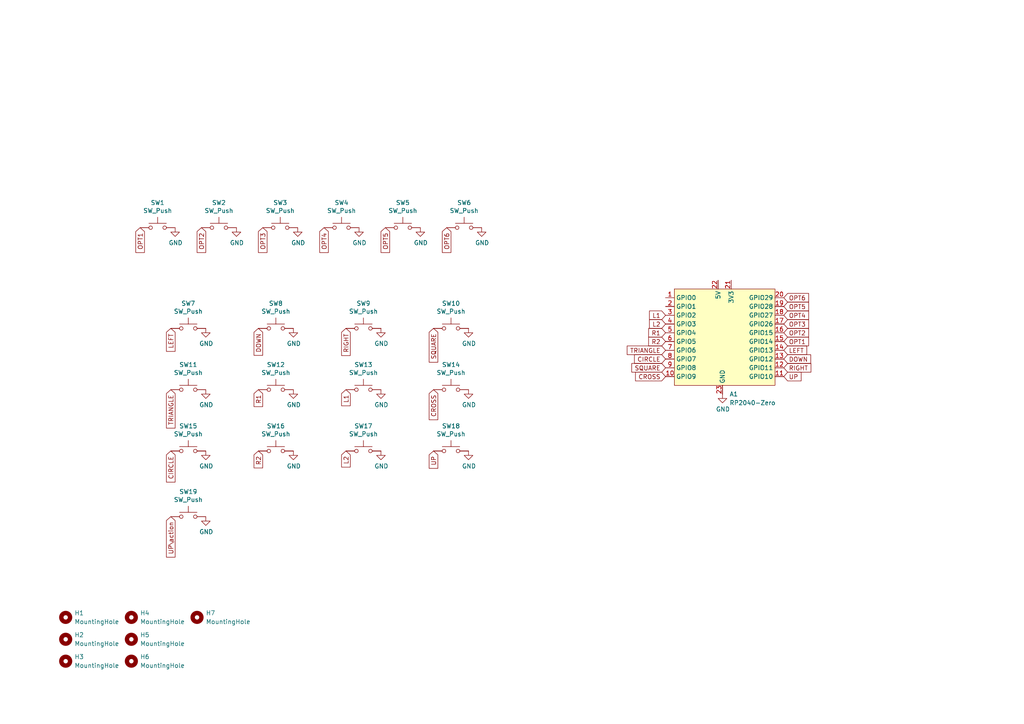
<source format=kicad_sch>
(kicad_sch (version 20230121) (generator eeschema)

  (uuid 476e1f68-8aac-4dba-a60f-5d5808a2f7b0)

  (paper "A4")

  (lib_symbols
    (symbol "Mechanical:MountingHole" (pin_names (offset 1.016)) (in_bom yes) (on_board yes)
      (property "Reference" "H" (at 0 5.08 0)
        (effects (font (size 1.27 1.27)))
      )
      (property "Value" "MountingHole" (at 0 3.175 0)
        (effects (font (size 1.27 1.27)))
      )
      (property "Footprint" "" (at 0 0 0)
        (effects (font (size 1.27 1.27)) hide)
      )
      (property "Datasheet" "~" (at 0 0 0)
        (effects (font (size 1.27 1.27)) hide)
      )
      (property "ki_keywords" "mounting hole" (at 0 0 0)
        (effects (font (size 1.27 1.27)) hide)
      )
      (property "ki_description" "Mounting Hole without connection" (at 0 0 0)
        (effects (font (size 1.27 1.27)) hide)
      )
      (property "ki_fp_filters" "MountingHole*" (at 0 0 0)
        (effects (font (size 1.27 1.27)) hide)
      )
      (symbol "MountingHole_0_1"
        (circle (center 0 0) (radius 1.27)
          (stroke (width 1.27) (type default))
          (fill (type none))
        )
      )
    )
    (symbol "RP2040-Zero:RP2040-Zero" (in_bom yes) (on_board yes)
      (property "Reference" "U" (at 0 1.27 0)
        (effects (font (size 1.27 1.27)))
      )
      (property "Value" "RP2040-Zero" (at 0 -1.27 0)
        (effects (font (size 1.27 1.27)))
      )
      (property "Footprint" "" (at 0 0 0)
        (effects (font (size 1.27 1.27)) hide)
      )
      (property "Datasheet" "" (at 0 0 0)
        (effects (font (size 1.27 1.27)) hide)
      )
      (symbol "RP2040-Zero_0_1"
        (rectangle (start -13.97 12.7) (end 15.24 -15.24)
          (stroke (width 0) (type default))
          (fill (type background))
        )
      )
      (symbol "RP2040-Zero_1_1"
        (pin bidirectional line (at -16.51 10.16 0) (length 2.54)
          (name "GPIO0" (effects (font (size 1.27 1.27))))
          (number "1" (effects (font (size 1.27 1.27))))
        )
        (pin bidirectional line (at -16.51 -12.7 0) (length 2.54)
          (name "GPIO9" (effects (font (size 1.27 1.27))))
          (number "10" (effects (font (size 1.27 1.27))))
        )
        (pin bidirectional line (at 17.78 -12.7 180) (length 2.54)
          (name "GPIO10" (effects (font (size 1.27 1.27))))
          (number "11" (effects (font (size 1.27 1.27))))
        )
        (pin bidirectional line (at 17.78 -10.16 180) (length 2.54)
          (name "GPIO11" (effects (font (size 1.27 1.27))))
          (number "12" (effects (font (size 1.27 1.27))))
        )
        (pin bidirectional line (at 17.78 -7.62 180) (length 2.54)
          (name "GPIO12" (effects (font (size 1.27 1.27))))
          (number "13" (effects (font (size 1.27 1.27))))
        )
        (pin bidirectional line (at 17.78 -5.08 180) (length 2.54)
          (name "GPIO13" (effects (font (size 1.27 1.27))))
          (number "14" (effects (font (size 1.27 1.27))))
        )
        (pin bidirectional line (at 17.78 -2.54 180) (length 2.54)
          (name "GPIO14" (effects (font (size 1.27 1.27))))
          (number "15" (effects (font (size 1.27 1.27))))
        )
        (pin bidirectional line (at 17.78 0 180) (length 2.54)
          (name "GPIO15" (effects (font (size 1.27 1.27))))
          (number "16" (effects (font (size 1.27 1.27))))
        )
        (pin bidirectional line (at 17.78 2.54 180) (length 2.54)
          (name "GPIO26" (effects (font (size 1.27 1.27))))
          (number "17" (effects (font (size 1.27 1.27))))
        )
        (pin bidirectional line (at 17.78 5.08 180) (length 2.54)
          (name "GPIO27" (effects (font (size 1.27 1.27))))
          (number "18" (effects (font (size 1.27 1.27))))
        )
        (pin bidirectional line (at 17.78 7.62 180) (length 2.54)
          (name "GPIO28" (effects (font (size 1.27 1.27))))
          (number "19" (effects (font (size 1.27 1.27))))
        )
        (pin bidirectional line (at -16.51 7.62 0) (length 2.54)
          (name "GPIO1" (effects (font (size 1.27 1.27))))
          (number "2" (effects (font (size 1.27 1.27))))
        )
        (pin bidirectional line (at 17.78 10.16 180) (length 2.54)
          (name "GPIO29" (effects (font (size 1.27 1.27))))
          (number "20" (effects (font (size 1.27 1.27))))
        )
        (pin power_out line (at 2.54 15.24 270) (length 2.54)
          (name "3V3" (effects (font (size 1.27 1.27))))
          (number "21" (effects (font (size 1.27 1.27))))
        )
        (pin power_in line (at -1.27 15.24 270) (length 2.54)
          (name "5V" (effects (font (size 1.27 1.27))))
          (number "22" (effects (font (size 1.27 1.27))))
        )
        (pin power_in line (at 0 -17.78 90) (length 2.54)
          (name "GND" (effects (font (size 1.27 1.27))))
          (number "23" (effects (font (size 1.27 1.27))))
        )
        (pin bidirectional line (at -16.51 5.08 0) (length 2.54)
          (name "GPIO2" (effects (font (size 1.27 1.27))))
          (number "3" (effects (font (size 1.27 1.27))))
        )
        (pin bidirectional line (at -16.51 2.54 0) (length 2.54)
          (name "GPIO3" (effects (font (size 1.27 1.27))))
          (number "4" (effects (font (size 1.27 1.27))))
        )
        (pin bidirectional line (at -16.51 0 0) (length 2.54)
          (name "GPIO4" (effects (font (size 1.27 1.27))))
          (number "5" (effects (font (size 1.27 1.27))))
        )
        (pin bidirectional line (at -16.51 -2.54 0) (length 2.54)
          (name "GPIO5" (effects (font (size 1.27 1.27))))
          (number "6" (effects (font (size 1.27 1.27))))
        )
        (pin bidirectional line (at -16.51 -5.08 0) (length 2.54)
          (name "GPIO6" (effects (font (size 1.27 1.27))))
          (number "7" (effects (font (size 1.27 1.27))))
        )
        (pin bidirectional line (at -16.51 -7.62 0) (length 2.54)
          (name "GPIO7" (effects (font (size 1.27 1.27))))
          (number "8" (effects (font (size 1.27 1.27))))
        )
        (pin bidirectional line (at -16.51 -10.16 0) (length 2.54)
          (name "GPIO8" (effects (font (size 1.27 1.27))))
          (number "9" (effects (font (size 1.27 1.27))))
        )
      )
    )
    (symbol "Switch:SW_Push" (pin_numbers hide) (pin_names (offset 1.016) hide) (in_bom yes) (on_board yes)
      (property "Reference" "SW" (at 1.27 2.54 0)
        (effects (font (size 1.27 1.27)) (justify left))
      )
      (property "Value" "SW_Push" (at 0 -1.524 0)
        (effects (font (size 1.27 1.27)))
      )
      (property "Footprint" "" (at 0 5.08 0)
        (effects (font (size 1.27 1.27)) hide)
      )
      (property "Datasheet" "~" (at 0 5.08 0)
        (effects (font (size 1.27 1.27)) hide)
      )
      (property "ki_keywords" "switch normally-open pushbutton push-button" (at 0 0 0)
        (effects (font (size 1.27 1.27)) hide)
      )
      (property "ki_description" "Push button switch, generic, two pins" (at 0 0 0)
        (effects (font (size 1.27 1.27)) hide)
      )
      (symbol "SW_Push_0_1"
        (circle (center -2.032 0) (radius 0.508)
          (stroke (width 0) (type default))
          (fill (type none))
        )
        (polyline
          (pts
            (xy 0 1.27)
            (xy 0 3.048)
          )
          (stroke (width 0) (type default))
          (fill (type none))
        )
        (polyline
          (pts
            (xy 2.54 1.27)
            (xy -2.54 1.27)
          )
          (stroke (width 0) (type default))
          (fill (type none))
        )
        (circle (center 2.032 0) (radius 0.508)
          (stroke (width 0) (type default))
          (fill (type none))
        )
        (pin passive line (at -5.08 0 0) (length 2.54)
          (name "1" (effects (font (size 1.27 1.27))))
          (number "1" (effects (font (size 1.27 1.27))))
        )
        (pin passive line (at 5.08 0 180) (length 2.54)
          (name "2" (effects (font (size 1.27 1.27))))
          (number "2" (effects (font (size 1.27 1.27))))
        )
      )
    )
    (symbol "power:GND" (power) (pin_names (offset 0)) (in_bom yes) (on_board yes)
      (property "Reference" "#PWR" (at 0 -6.35 0)
        (effects (font (size 1.27 1.27)) hide)
      )
      (property "Value" "GND" (at 0 -3.81 0)
        (effects (font (size 1.27 1.27)))
      )
      (property "Footprint" "" (at 0 0 0)
        (effects (font (size 1.27 1.27)) hide)
      )
      (property "Datasheet" "" (at 0 0 0)
        (effects (font (size 1.27 1.27)) hide)
      )
      (property "ki_keywords" "power-flag" (at 0 0 0)
        (effects (font (size 1.27 1.27)) hide)
      )
      (property "ki_description" "Power symbol creates a global label with name \"GND\" , ground" (at 0 0 0)
        (effects (font (size 1.27 1.27)) hide)
      )
      (symbol "GND_0_1"
        (polyline
          (pts
            (xy 0 0)
            (xy 0 -1.27)
            (xy 1.27 -1.27)
            (xy 0 -2.54)
            (xy -1.27 -1.27)
            (xy 0 -1.27)
          )
          (stroke (width 0) (type default))
          (fill (type none))
        )
      )
      (symbol "GND_1_1"
        (pin power_in line (at 0 0 270) (length 0) hide
          (name "GND" (effects (font (size 1.27 1.27))))
          (number "1" (effects (font (size 1.27 1.27))))
        )
      )
    )
  )


  (global_label "TRIANGLE" (shape input) (at 49.53 113.03 270) (fields_autoplaced)
    (effects (font (size 1.27 1.27)) (justify right))
    (uuid 0d831a32-5ec5-4949-94fe-47b5d75da1de)
    (property "Intersheetrefs" "${INTERSHEET_REFS}" (at 49.53 123.9902 90)
      (effects (font (size 1.27 1.27)) (justify right) hide)
    )
  )
  (global_label "CROSS" (shape input) (at 125.73 113.03 270) (fields_autoplaced)
    (effects (font (size 1.27 1.27)) (justify right))
    (uuid 10252a8f-bfaa-4da3-aa4d-1feeaab996f9)
    (property "Intersheetrefs" "${INTERSHEET_REFS}" (at 125.73 121.5711 90)
      (effects (font (size 1.27 1.27)) (justify right) hide)
    )
  )
  (global_label "R2" (shape input) (at 74.93 130.81 270) (fields_autoplaced)
    (effects (font (size 1.27 1.27)) (justify right))
    (uuid 12acb88b-ebc2-4565-bd07-a2644a31e9fe)
    (property "Intersheetrefs" "${INTERSHEET_REFS}" (at 74.93 135.5411 90)
      (effects (font (size 1.27 1.27)) (justify right) hide)
    )
  )
  (global_label "TRIANGLE" (shape input) (at 193.04 101.6 180) (fields_autoplaced)
    (effects (font (size 1.27 1.27)) (justify right))
    (uuid 1a8a107a-f886-4729-b3e4-cba45478b0bb)
    (property "Intersheetrefs" "${INTERSHEET_REFS}" (at 415.29 0 0)
      (effects (font (size 1.27 1.27)) (justify left) hide)
    )
  )
  (global_label "OPT1" (shape input) (at 227.33 99.06 0) (fields_autoplaced)
    (effects (font (size 1.27 1.27)) (justify left))
    (uuid 25d61916-3b9c-4f0f-86b1-0dccac54bb71)
    (property "Intersheetrefs" "${INTERSHEET_REFS}" (at 414.02 0 0)
      (effects (font (size 1.27 1.27)) (justify left) hide)
    )
  )
  (global_label "L2" (shape input) (at 100.33 130.81 270) (fields_autoplaced)
    (effects (font (size 1.27 1.27)) (justify right))
    (uuid 28d08ebc-ba49-429b-a566-485e6b3130a0)
    (property "Intersheetrefs" "${INTERSHEET_REFS}" (at 100.33 135.2992 90)
      (effects (font (size 1.27 1.27)) (justify right) hide)
    )
  )
  (global_label "R1" (shape input) (at 74.93 113.03 270) (fields_autoplaced)
    (effects (font (size 1.27 1.27)) (justify right))
    (uuid 314b6a4b-60ea-47b6-bdbd-45a83b013ec9)
    (property "Intersheetrefs" "${INTERSHEET_REFS}" (at 74.93 117.7611 90)
      (effects (font (size 1.27 1.27)) (justify right) hide)
    )
  )
  (global_label "RIGHT" (shape input) (at 100.33 95.25 270) (fields_autoplaced)
    (effects (font (size 1.27 1.27)) (justify right))
    (uuid 3778128b-56fd-4643-ad82-67a2fae982b6)
    (property "Intersheetrefs" "${INTERSHEET_REFS}" (at 100.33 102.9445 90)
      (effects (font (size 1.27 1.27)) (justify right) hide)
    )
  )
  (global_label "SQUARE" (shape input) (at 125.73 95.25 270) (fields_autoplaced)
    (effects (font (size 1.27 1.27)) (justify right))
    (uuid 477f915e-9492-441b-9064-e7542cb315f7)
    (property "Intersheetrefs" "${INTERSHEET_REFS}" (at 125.73 104.8797 90)
      (effects (font (size 1.27 1.27)) (justify right) hide)
    )
  )
  (global_label "OPT6" (shape input) (at 129.54 66.04 270) (fields_autoplaced)
    (effects (font (size 1.27 1.27)) (justify right))
    (uuid 4c3f5f56-eaa8-4313-addd-b9ddacba5352)
    (property "Intersheetrefs" "${INTERSHEET_REFS}" (at 129.54 73.0692 90)
      (effects (font (size 1.27 1.27)) (justify right) hide)
    )
  )
  (global_label "SQUARE" (shape input) (at 193.04 106.68 180) (fields_autoplaced)
    (effects (font (size 1.27 1.27)) (justify right))
    (uuid 5019c346-f755-4b2c-a1ae-ca8545543fda)
    (property "Intersheetrefs" "${INTERSHEET_REFS}" (at 415.29 0 0)
      (effects (font (size 1.27 1.27)) (justify left) hide)
    )
  )
  (global_label "OPT2" (shape input) (at 58.42 66.04 270) (fields_autoplaced)
    (effects (font (size 1.27 1.27)) (justify right))
    (uuid 507b5250-9f69-494a-afe7-e462611e782e)
    (property "Intersheetrefs" "${INTERSHEET_REFS}" (at 58.42 73.0692 90)
      (effects (font (size 1.27 1.27)) (justify right) hide)
    )
  )
  (global_label "UP" (shape input) (at 125.73 130.81 270) (fields_autoplaced)
    (effects (font (size 1.27 1.27)) (justify right))
    (uuid 512cff2a-ffe8-4ede-9f6d-ad36e1e996dd)
    (property "Intersheetrefs" "${INTERSHEET_REFS}" (at 125.73 135.6621 90)
      (effects (font (size 1.27 1.27)) (justify right) hide)
    )
  )
  (global_label "RIGHT" (shape input) (at 227.33 106.68 0) (fields_autoplaced)
    (effects (font (size 1.27 1.27)) (justify left))
    (uuid 5c57978b-4bbc-48e4-bbbb-e9783aa6c4f8)
    (property "Intersheetrefs" "${INTERSHEET_REFS}" (at 414.02 0 0)
      (effects (font (size 1.27 1.27)) (justify left) hide)
    )
  )
  (global_label "UP\\action" (shape input) (at 49.53 149.86 270) (fields_autoplaced)
    (effects (font (size 1.27 1.27)) (justify right))
    (uuid 5de26b42-1842-4cc5-9c92-081f9f333b5c)
    (property "Intersheetrefs" "${INTERSHEET_REFS}" (at 49.53 161.4249 90)
      (effects (font (size 1.27 1.27)) (justify right) hide)
    )
  )
  (global_label "R1" (shape input) (at 193.04 96.52 180) (fields_autoplaced)
    (effects (font (size 1.27 1.27)) (justify right))
    (uuid 6dab55db-5530-41e3-b4a4-5cd00880cad4)
    (property "Intersheetrefs" "${INTERSHEET_REFS}" (at 415.29 0 0)
      (effects (font (size 1.27 1.27)) (justify left) hide)
    )
  )
  (global_label "OPT3" (shape input) (at 227.33 93.98 0) (fields_autoplaced)
    (effects (font (size 1.27 1.27)) (justify left))
    (uuid 700b72e0-b4c9-48c2-8a90-23c2b04ea971)
    (property "Intersheetrefs" "${INTERSHEET_REFS}" (at 414.02 0 0)
      (effects (font (size 1.27 1.27)) (justify left) hide)
    )
  )
  (global_label "CIRCLE" (shape input) (at 193.04 104.14 180) (fields_autoplaced)
    (effects (font (size 1.27 1.27)) (justify right))
    (uuid 73c80264-5323-450e-8d2d-44b3dd0c2d7c)
    (property "Intersheetrefs" "${INTERSHEET_REFS}" (at 415.29 0 0)
      (effects (font (size 1.27 1.27)) (justify left) hide)
    )
  )
  (global_label "L2" (shape input) (at 193.04 93.98 180) (fields_autoplaced)
    (effects (font (size 1.27 1.27)) (justify right))
    (uuid 783ef38f-5ac7-4583-a768-afbddb9146c4)
    (property "Intersheetrefs" "${INTERSHEET_REFS}" (at 415.29 0 0)
      (effects (font (size 1.27 1.27)) (justify left) hide)
    )
  )
  (global_label "CROSS" (shape input) (at 193.04 109.22 180) (fields_autoplaced)
    (effects (font (size 1.27 1.27)) (justify right))
    (uuid 855f5488-de6b-4df3-b56c-061b38baf033)
    (property "Intersheetrefs" "${INTERSHEET_REFS}" (at 415.29 0 0)
      (effects (font (size 1.27 1.27)) (justify left) hide)
    )
  )
  (global_label "OPT4" (shape input) (at 227.33 91.44 0) (fields_autoplaced)
    (effects (font (size 1.27 1.27)) (justify left))
    (uuid 87a4ad47-7958-408f-a8c2-c92c70764b3d)
    (property "Intersheetrefs" "${INTERSHEET_REFS}" (at 414.02 0 0)
      (effects (font (size 1.27 1.27)) (justify left) hide)
    )
  )
  (global_label "DOWN" (shape input) (at 74.93 95.25 270) (fields_autoplaced)
    (effects (font (size 1.27 1.27)) (justify right))
    (uuid 8ae5c784-dcc9-4088-900d-a278cfe7fdaf)
    (property "Intersheetrefs" "${INTERSHEET_REFS}" (at 74.93 102.884 90)
      (effects (font (size 1.27 1.27)) (justify right) hide)
    )
  )
  (global_label "LEFT" (shape input) (at 227.33 101.6 0) (fields_autoplaced)
    (effects (font (size 1.27 1.27)) (justify left))
    (uuid 979258e6-ce29-4f74-9283-d59c61ddc4d8)
    (property "Intersheetrefs" "${INTERSHEET_REFS}" (at 414.02 0 0)
      (effects (font (size 1.27 1.27)) (justify left) hide)
    )
  )
  (global_label "OPT6" (shape input) (at 227.33 86.36 0) (fields_autoplaced)
    (effects (font (size 1.27 1.27)) (justify left))
    (uuid 9ce0361b-4dcd-4b21-9df7-4a6be23bc127)
    (property "Intersheetrefs" "${INTERSHEET_REFS}" (at 414.02 5.08 0)
      (effects (font (size 1.27 1.27)) (justify left) hide)
    )
  )
  (global_label "DOWN" (shape input) (at 227.33 104.14 0) (fields_autoplaced)
    (effects (font (size 1.27 1.27)) (justify left))
    (uuid 9e16e9c5-77cf-4a20-80a6-46e015e87c0e)
    (property "Intersheetrefs" "${INTERSHEET_REFS}" (at 414.02 0 0)
      (effects (font (size 1.27 1.27)) (justify left) hide)
    )
  )
  (global_label "R2" (shape input) (at 193.04 99.06 180) (fields_autoplaced)
    (effects (font (size 1.27 1.27)) (justify right))
    (uuid b00f6d66-6720-47d3-9f04-e4d64c651c17)
    (property "Intersheetrefs" "${INTERSHEET_REFS}" (at 415.29 0 0)
      (effects (font (size 1.27 1.27)) (justify left) hide)
    )
  )
  (global_label "LEFT" (shape input) (at 49.53 95.25 270) (fields_autoplaced)
    (effects (font (size 1.27 1.27)) (justify right))
    (uuid bb256cb2-02b6-4f7e-8126-c705ecdccfa6)
    (property "Intersheetrefs" "${INTERSHEET_REFS}" (at 49.53 101.7349 90)
      (effects (font (size 1.27 1.27)) (justify right) hide)
    )
  )
  (global_label "UP" (shape input) (at 227.33 109.22 0) (fields_autoplaced)
    (effects (font (size 1.27 1.27)) (justify left))
    (uuid bb3646e8-c985-4e3b-8c12-5649bf2397e2)
    (property "Intersheetrefs" "${INTERSHEET_REFS}" (at 414.02 0 0)
      (effects (font (size 1.27 1.27)) (justify left) hide)
    )
  )
  (global_label "OPT4" (shape input) (at 93.98 66.04 270) (fields_autoplaced)
    (effects (font (size 1.27 1.27)) (justify right))
    (uuid c5062d7f-a7d0-439a-a1f0-da4af773bd3f)
    (property "Intersheetrefs" "${INTERSHEET_REFS}" (at 93.98 73.0692 90)
      (effects (font (size 1.27 1.27)) (justify right) hide)
    )
  )
  (global_label "OPT5" (shape input) (at 111.76 66.04 270) (fields_autoplaced)
    (effects (font (size 1.27 1.27)) (justify right))
    (uuid c8b27783-c7c1-4b16-9daf-cbf3e0770d1a)
    (property "Intersheetrefs" "${INTERSHEET_REFS}" (at 111.76 73.0692 90)
      (effects (font (size 1.27 1.27)) (justify right) hide)
    )
  )
  (global_label "L1" (shape input) (at 100.33 113.03 270) (fields_autoplaced)
    (effects (font (size 1.27 1.27)) (justify right))
    (uuid c927071c-0607-41ea-8690-dc1f695c0369)
    (property "Intersheetrefs" "${INTERSHEET_REFS}" (at 100.33 117.5192 90)
      (effects (font (size 1.27 1.27)) (justify right) hide)
    )
  )
  (global_label "CIRCLE" (shape input) (at 49.53 130.81 270) (fields_autoplaced)
    (effects (font (size 1.27 1.27)) (justify right))
    (uuid d535fc1f-61a5-4881-8ca0-70d33a32d64c)
    (property "Intersheetrefs" "${INTERSHEET_REFS}" (at 49.53 139.6535 90)
      (effects (font (size 1.27 1.27)) (justify right) hide)
    )
  )
  (global_label "OPT1" (shape input) (at 40.64 66.04 270) (fields_autoplaced)
    (effects (font (size 1.27 1.27)) (justify right))
    (uuid d816ba25-af0d-450b-97b7-2bc926afa360)
    (property "Intersheetrefs" "${INTERSHEET_REFS}" (at 40.64 73.0692 90)
      (effects (font (size 1.27 1.27)) (justify right) hide)
    )
  )
  (global_label "OPT2" (shape input) (at 227.33 96.52 0) (fields_autoplaced)
    (effects (font (size 1.27 1.27)) (justify left))
    (uuid df40f569-4ebc-43f9-98b0-f31d04ff3cf4)
    (property "Intersheetrefs" "${INTERSHEET_REFS}" (at 414.02 0 0)
      (effects (font (size 1.27 1.27)) (justify left) hide)
    )
  )
  (global_label "OPT3" (shape input) (at 76.2 66.04 270) (fields_autoplaced)
    (effects (font (size 1.27 1.27)) (justify right))
    (uuid f16e6b68-1593-4cb8-bd7e-fc887b2f882f)
    (property "Intersheetrefs" "${INTERSHEET_REFS}" (at 76.2 73.0692 90)
      (effects (font (size 1.27 1.27)) (justify right) hide)
    )
  )
  (global_label "OPT5" (shape input) (at 227.33 88.9 0) (fields_autoplaced)
    (effects (font (size 1.27 1.27)) (justify left))
    (uuid f2e7ed74-2800-483d-810c-29143b2e17a6)
    (property "Intersheetrefs" "${INTERSHEET_REFS}" (at 414.02 5.08 0)
      (effects (font (size 1.27 1.27)) (justify left) hide)
    )
  )
  (global_label "L1" (shape input) (at 193.04 91.44 180) (fields_autoplaced)
    (effects (font (size 1.27 1.27)) (justify right))
    (uuid f96133a9-69c9-4327-b07a-2aef2efde6b4)
    (property "Intersheetrefs" "${INTERSHEET_REFS}" (at 415.29 0 0)
      (effects (font (size 1.27 1.27)) (justify left) hide)
    )
  )

  (symbol (lib_id "Switch:SW_Push") (at 45.72 66.04 0) (unit 1)
    (in_bom yes) (on_board yes) (dnp no)
    (uuid 00000000-0000-0000-0000-000060e24ed8)
    (property "Reference" "SW1" (at 45.72 58.801 0)
      (effects (font (size 1.27 1.27)))
    )
    (property "Value" "SW_Push" (at 45.72 61.1124 0)
      (effects (font (size 1.27 1.27)))
    )
    (property "Footprint" "Button_Switch_THT:SW_PUSH_6mm_H5mm" (at 45.72 60.96 0)
      (effects (font (size 1.27 1.27)) hide)
    )
    (property "Datasheet" "~" (at 45.72 60.96 0)
      (effects (font (size 1.27 1.27)) hide)
    )
    (pin "1" (uuid 68822f15-2d2e-4e29-8ccc-4bc6ab90edb7))
    (pin "2" (uuid 594dcadf-47b4-43ea-99fc-addb3f7554fa))
    (instances
      (project "Flatbox-rev5"
        (path "/476e1f68-8aac-4dba-a60f-5d5808a2f7b0"
          (reference "SW1") (unit 1)
        )
      )
    )
  )

  (symbol (lib_id "Switch:SW_Push") (at 63.5 66.04 0) (unit 1)
    (in_bom yes) (on_board yes) (dnp no)
    (uuid 00000000-0000-0000-0000-000060e26611)
    (property "Reference" "SW2" (at 63.5 58.801 0)
      (effects (font (size 1.27 1.27)))
    )
    (property "Value" "SW_Push" (at 63.5 61.1124 0)
      (effects (font (size 1.27 1.27)))
    )
    (property "Footprint" "Button_Switch_THT:SW_PUSH_6mm_H5mm" (at 63.5 60.96 0)
      (effects (font (size 1.27 1.27)) hide)
    )
    (property "Datasheet" "~" (at 63.5 60.96 0)
      (effects (font (size 1.27 1.27)) hide)
    )
    (pin "1" (uuid 2d5fe400-4352-4ef2-b066-c38faa36b236))
    (pin "2" (uuid f4f4229d-8af9-4af5-84e7-00810a49d800))
    (instances
      (project "Flatbox-rev5"
        (path "/476e1f68-8aac-4dba-a60f-5d5808a2f7b0"
          (reference "SW2") (unit 1)
        )
      )
    )
  )

  (symbol (lib_id "Switch:SW_Push") (at 81.28 66.04 0) (unit 1)
    (in_bom yes) (on_board yes) (dnp no)
    (uuid 00000000-0000-0000-0000-000060e26c90)
    (property "Reference" "SW3" (at 81.28 58.801 0)
      (effects (font (size 1.27 1.27)))
    )
    (property "Value" "SW_Push" (at 81.28 61.1124 0)
      (effects (font (size 1.27 1.27)))
    )
    (property "Footprint" "Button_Switch_THT:SW_PUSH_6mm_H5mm" (at 81.28 60.96 0)
      (effects (font (size 1.27 1.27)) hide)
    )
    (property "Datasheet" "~" (at 81.28 60.96 0)
      (effects (font (size 1.27 1.27)) hide)
    )
    (pin "1" (uuid ec1538da-ab6f-4db0-9985-c25f6a2b08ef))
    (pin "2" (uuid 9e775f3c-01f6-4b75-af61-e65414de3ea2))
    (instances
      (project "Flatbox-rev5"
        (path "/476e1f68-8aac-4dba-a60f-5d5808a2f7b0"
          (reference "SW3") (unit 1)
        )
      )
    )
  )

  (symbol (lib_id "Switch:SW_Push") (at 99.06 66.04 0) (unit 1)
    (in_bom yes) (on_board yes) (dnp no)
    (uuid 00000000-0000-0000-0000-000060e272b9)
    (property "Reference" "SW4" (at 99.06 58.801 0)
      (effects (font (size 1.27 1.27)))
    )
    (property "Value" "SW_Push" (at 99.06 61.1124 0)
      (effects (font (size 1.27 1.27)))
    )
    (property "Footprint" "Button_Switch_THT:SW_PUSH_6mm_H5mm" (at 99.06 60.96 0)
      (effects (font (size 1.27 1.27)) hide)
    )
    (property "Datasheet" "~" (at 99.06 60.96 0)
      (effects (font (size 1.27 1.27)) hide)
    )
    (pin "1" (uuid a7cfaa9f-c5fd-465a-99b0-0b6e1fd2f444))
    (pin "2" (uuid 87bc87ad-27a4-494c-9e74-f95569255182))
    (instances
      (project "Flatbox-rev5"
        (path "/476e1f68-8aac-4dba-a60f-5d5808a2f7b0"
          (reference "SW4") (unit 1)
        )
      )
    )
  )

  (symbol (lib_id "Switch:SW_Push") (at 116.84 66.04 0) (unit 1)
    (in_bom yes) (on_board yes) (dnp no)
    (uuid 00000000-0000-0000-0000-000060e27d9a)
    (property "Reference" "SW5" (at 116.84 58.801 0)
      (effects (font (size 1.27 1.27)))
    )
    (property "Value" "SW_Push" (at 116.84 61.1124 0)
      (effects (font (size 1.27 1.27)))
    )
    (property "Footprint" "Button_Switch_THT:SW_PUSH_6mm_H5mm" (at 116.84 60.96 0)
      (effects (font (size 1.27 1.27)) hide)
    )
    (property "Datasheet" "~" (at 116.84 60.96 0)
      (effects (font (size 1.27 1.27)) hide)
    )
    (pin "1" (uuid 5be3f3d2-17dd-44b1-91ca-3139cbfae6c4))
    (pin "2" (uuid 2f3922f2-e905-4fcb-8e2f-7063bc637ec0))
    (instances
      (project "Flatbox-rev5"
        (path "/476e1f68-8aac-4dba-a60f-5d5808a2f7b0"
          (reference "SW5") (unit 1)
        )
      )
    )
  )

  (symbol (lib_id "Switch:SW_Push") (at 134.62 66.04 0) (unit 1)
    (in_bom yes) (on_board yes) (dnp no)
    (uuid 00000000-0000-0000-0000-000060e28459)
    (property "Reference" "SW6" (at 134.62 58.801 0)
      (effects (font (size 1.27 1.27)))
    )
    (property "Value" "SW_Push" (at 134.62 61.1124 0)
      (effects (font (size 1.27 1.27)))
    )
    (property "Footprint" "Button_Switch_THT:SW_PUSH_6mm_H5mm" (at 134.62 60.96 0)
      (effects (font (size 1.27 1.27)) hide)
    )
    (property "Datasheet" "~" (at 134.62 60.96 0)
      (effects (font (size 1.27 1.27)) hide)
    )
    (pin "1" (uuid 6289c573-e1ef-4cb5-9730-5c9de1f9c3fc))
    (pin "2" (uuid 799b5d75-e5e6-4f53-b4ed-53b8e3608600))
    (instances
      (project "Flatbox-rev5"
        (path "/476e1f68-8aac-4dba-a60f-5d5808a2f7b0"
          (reference "SW6") (unit 1)
        )
      )
    )
  )

  (symbol (lib_id "power:GND") (at 50.8 66.04 0) (unit 1)
    (in_bom yes) (on_board yes) (dnp no)
    (uuid 00000000-0000-0000-0000-000060e28d2f)
    (property "Reference" "#PWR01" (at 50.8 72.39 0)
      (effects (font (size 1.27 1.27)) hide)
    )
    (property "Value" "GND" (at 50.927 70.4342 0)
      (effects (font (size 1.27 1.27)))
    )
    (property "Footprint" "" (at 50.8 66.04 0)
      (effects (font (size 1.27 1.27)) hide)
    )
    (property "Datasheet" "" (at 50.8 66.04 0)
      (effects (font (size 1.27 1.27)) hide)
    )
    (pin "1" (uuid fb6b80cc-faf9-44b0-b781-064ccffa6d77))
    (instances
      (project "Flatbox-rev5"
        (path "/476e1f68-8aac-4dba-a60f-5d5808a2f7b0"
          (reference "#PWR01") (unit 1)
        )
      )
    )
  )

  (symbol (lib_id "power:GND") (at 68.58 66.04 0) (unit 1)
    (in_bom yes) (on_board yes) (dnp no)
    (uuid 00000000-0000-0000-0000-000060e29d12)
    (property "Reference" "#PWR02" (at 68.58 72.39 0)
      (effects (font (size 1.27 1.27)) hide)
    )
    (property "Value" "GND" (at 68.707 70.4342 0)
      (effects (font (size 1.27 1.27)))
    )
    (property "Footprint" "" (at 68.58 66.04 0)
      (effects (font (size 1.27 1.27)) hide)
    )
    (property "Datasheet" "" (at 68.58 66.04 0)
      (effects (font (size 1.27 1.27)) hide)
    )
    (pin "1" (uuid 72b17c8d-7a6f-48e8-87fb-0d4c07b310cf))
    (instances
      (project "Flatbox-rev5"
        (path "/476e1f68-8aac-4dba-a60f-5d5808a2f7b0"
          (reference "#PWR02") (unit 1)
        )
      )
    )
  )

  (symbol (lib_id "power:GND") (at 86.36 66.04 0) (unit 1)
    (in_bom yes) (on_board yes) (dnp no)
    (uuid 00000000-0000-0000-0000-000060e29ffb)
    (property "Reference" "#PWR03" (at 86.36 72.39 0)
      (effects (font (size 1.27 1.27)) hide)
    )
    (property "Value" "GND" (at 86.487 70.4342 0)
      (effects (font (size 1.27 1.27)))
    )
    (property "Footprint" "" (at 86.36 66.04 0)
      (effects (font (size 1.27 1.27)) hide)
    )
    (property "Datasheet" "" (at 86.36 66.04 0)
      (effects (font (size 1.27 1.27)) hide)
    )
    (pin "1" (uuid 9d577217-07ae-432c-ace7-e4bcac4596df))
    (instances
      (project "Flatbox-rev5"
        (path "/476e1f68-8aac-4dba-a60f-5d5808a2f7b0"
          (reference "#PWR03") (unit 1)
        )
      )
    )
  )

  (symbol (lib_id "power:GND") (at 104.14 66.04 0) (unit 1)
    (in_bom yes) (on_board yes) (dnp no)
    (uuid 00000000-0000-0000-0000-000060e2a2ed)
    (property "Reference" "#PWR04" (at 104.14 72.39 0)
      (effects (font (size 1.27 1.27)) hide)
    )
    (property "Value" "GND" (at 104.267 70.4342 0)
      (effects (font (size 1.27 1.27)))
    )
    (property "Footprint" "" (at 104.14 66.04 0)
      (effects (font (size 1.27 1.27)) hide)
    )
    (property "Datasheet" "" (at 104.14 66.04 0)
      (effects (font (size 1.27 1.27)) hide)
    )
    (pin "1" (uuid b60bec29-b9a1-4e60-8e73-4e6f011b8e23))
    (instances
      (project "Flatbox-rev5"
        (path "/476e1f68-8aac-4dba-a60f-5d5808a2f7b0"
          (reference "#PWR04") (unit 1)
        )
      )
    )
  )

  (symbol (lib_id "power:GND") (at 121.92 66.04 0) (unit 1)
    (in_bom yes) (on_board yes) (dnp no)
    (uuid 00000000-0000-0000-0000-000060e2a66e)
    (property "Reference" "#PWR05" (at 121.92 72.39 0)
      (effects (font (size 1.27 1.27)) hide)
    )
    (property "Value" "GND" (at 122.047 70.4342 0)
      (effects (font (size 1.27 1.27)))
    )
    (property "Footprint" "" (at 121.92 66.04 0)
      (effects (font (size 1.27 1.27)) hide)
    )
    (property "Datasheet" "" (at 121.92 66.04 0)
      (effects (font (size 1.27 1.27)) hide)
    )
    (pin "1" (uuid ecb300f4-268a-4862-a94f-d779f2a20022))
    (instances
      (project "Flatbox-rev5"
        (path "/476e1f68-8aac-4dba-a60f-5d5808a2f7b0"
          (reference "#PWR05") (unit 1)
        )
      )
    )
  )

  (symbol (lib_id "power:GND") (at 139.7 66.04 0) (unit 1)
    (in_bom yes) (on_board yes) (dnp no)
    (uuid 00000000-0000-0000-0000-000060e2a9fe)
    (property "Reference" "#PWR06" (at 139.7 72.39 0)
      (effects (font (size 1.27 1.27)) hide)
    )
    (property "Value" "GND" (at 139.827 70.4342 0)
      (effects (font (size 1.27 1.27)))
    )
    (property "Footprint" "" (at 139.7 66.04 0)
      (effects (font (size 1.27 1.27)) hide)
    )
    (property "Datasheet" "" (at 139.7 66.04 0)
      (effects (font (size 1.27 1.27)) hide)
    )
    (pin "1" (uuid 9c63f26d-a5c2-48ee-998a-4a7066a52cc6))
    (instances
      (project "Flatbox-rev5"
        (path "/476e1f68-8aac-4dba-a60f-5d5808a2f7b0"
          (reference "#PWR06") (unit 1)
        )
      )
    )
  )

  (symbol (lib_id "Switch:SW_Push") (at 54.61 95.25 0) (unit 1)
    (in_bom yes) (on_board yes) (dnp no)
    (uuid 00000000-0000-0000-0000-000060ebc7d7)
    (property "Reference" "SW7" (at 54.61 88.011 0)
      (effects (font (size 1.27 1.27)))
    )
    (property "Value" "SW_Push" (at 54.61 90.3224 0)
      (effects (font (size 1.27 1.27)))
    )
    (property "Footprint" "Kailh:Kailh_socket_PG1350_optional" (at 54.61 90.17 0)
      (effects (font (size 1.27 1.27)) hide)
    )
    (property "Datasheet" "~" (at 54.61 90.17 0)
      (effects (font (size 1.27 1.27)) hide)
    )
    (pin "1" (uuid a1a27d4f-2337-4971-95f8-43a120fb8ec0))
    (pin "2" (uuid 207714a9-caad-4954-90b7-4de8ffa68b1e))
    (instances
      (project "Flatbox-rev5"
        (path "/476e1f68-8aac-4dba-a60f-5d5808a2f7b0"
          (reference "SW7") (unit 1)
        )
      )
    )
  )

  (symbol (lib_id "Switch:SW_Push") (at 130.81 130.81 0) (unit 1)
    (in_bom yes) (on_board yes) (dnp no)
    (uuid 00000000-0000-0000-0000-000060ec0151)
    (property "Reference" "SW18" (at 130.81 123.571 0)
      (effects (font (size 1.27 1.27)))
    )
    (property "Value" "SW_Push" (at 130.81 125.8824 0)
      (effects (font (size 1.27 1.27)))
    )
    (property "Footprint" "Kailh:Kailh_socket_PG1350_optional" (at 130.81 125.73 0)
      (effects (font (size 1.27 1.27)) hide)
    )
    (property "Datasheet" "~" (at 130.81 125.73 0)
      (effects (font (size 1.27 1.27)) hide)
    )
    (pin "1" (uuid 52d7a4ee-5e1f-4a37-9cd6-3db3fbee0be9))
    (pin "2" (uuid fc36ea1b-3853-4f2b-a1ce-716ac38b26ec))
    (instances
      (project "Flatbox-rev5"
        (path "/476e1f68-8aac-4dba-a60f-5d5808a2f7b0"
          (reference "SW18") (unit 1)
        )
      )
    )
  )

  (symbol (lib_id "Switch:SW_Push") (at 80.01 113.03 0) (unit 1)
    (in_bom yes) (on_board yes) (dnp no)
    (uuid 00000000-0000-0000-0000-000060ec0bb3)
    (property "Reference" "SW12" (at 80.01 105.791 0)
      (effects (font (size 1.27 1.27)))
    )
    (property "Value" "SW_Push" (at 80.01 108.1024 0)
      (effects (font (size 1.27 1.27)))
    )
    (property "Footprint" "Kailh:Kailh_socket_PG1350_optional" (at 80.01 107.95 0)
      (effects (font (size 1.27 1.27)) hide)
    )
    (property "Datasheet" "~" (at 80.01 107.95 0)
      (effects (font (size 1.27 1.27)) hide)
    )
    (pin "1" (uuid 282e04de-be04-48e3-b697-fe1ae5cbd8cc))
    (pin "2" (uuid 95c16014-5bb2-4ac1-a9c2-b86ac8220a85))
    (instances
      (project "Flatbox-rev5"
        (path "/476e1f68-8aac-4dba-a60f-5d5808a2f7b0"
          (reference "SW12") (unit 1)
        )
      )
    )
  )

  (symbol (lib_id "Switch:SW_Push") (at 54.61 130.81 0) (unit 1)
    (in_bom yes) (on_board yes) (dnp no)
    (uuid 00000000-0000-0000-0000-000060ec0fb1)
    (property "Reference" "SW15" (at 54.61 123.571 0)
      (effects (font (size 1.27 1.27)))
    )
    (property "Value" "SW_Push" (at 54.61 125.8824 0)
      (effects (font (size 1.27 1.27)))
    )
    (property "Footprint" "Kailh:Kailh_socket_PG1350_optional" (at 54.61 125.73 0)
      (effects (font (size 1.27 1.27)) hide)
    )
    (property "Datasheet" "~" (at 54.61 125.73 0)
      (effects (font (size 1.27 1.27)) hide)
    )
    (pin "1" (uuid dc098633-c68e-4c91-bf17-ed906ee9fbc9))
    (pin "2" (uuid 66a235ec-54c9-46b4-8f28-b3b7951642b9))
    (instances
      (project "Flatbox-rev5"
        (path "/476e1f68-8aac-4dba-a60f-5d5808a2f7b0"
          (reference "SW15") (unit 1)
        )
      )
    )
  )

  (symbol (lib_id "Switch:SW_Push") (at 80.01 95.25 0) (unit 1)
    (in_bom yes) (on_board yes) (dnp no)
    (uuid 00000000-0000-0000-0000-000060ec2d3f)
    (property "Reference" "SW8" (at 80.01 88.011 0)
      (effects (font (size 1.27 1.27)))
    )
    (property "Value" "SW_Push" (at 80.01 90.3224 0)
      (effects (font (size 1.27 1.27)))
    )
    (property "Footprint" "Kailh:Kailh_socket_PG1350_optional" (at 80.01 90.17 0)
      (effects (font (size 1.27 1.27)) hide)
    )
    (property "Datasheet" "~" (at 80.01 90.17 0)
      (effects (font (size 1.27 1.27)) hide)
    )
    (pin "1" (uuid 9297cc32-878d-4bb4-bb96-819dac3bc43b))
    (pin "2" (uuid 785ddaf3-ac21-421e-88a6-e6b836c5b420))
    (instances
      (project "Flatbox-rev5"
        (path "/476e1f68-8aac-4dba-a60f-5d5808a2f7b0"
          (reference "SW8") (unit 1)
        )
      )
    )
  )

  (symbol (lib_id "Switch:SW_Push") (at 130.81 95.25 0) (unit 1)
    (in_bom yes) (on_board yes) (dnp no)
    (uuid 00000000-0000-0000-0000-000060ec33be)
    (property "Reference" "SW10" (at 130.81 88.011 0)
      (effects (font (size 1.27 1.27)))
    )
    (property "Value" "SW_Push" (at 130.81 90.3224 0)
      (effects (font (size 1.27 1.27)))
    )
    (property "Footprint" "Kailh:Kailh_socket_PG1350_optional" (at 130.81 90.17 0)
      (effects (font (size 1.27 1.27)) hide)
    )
    (property "Datasheet" "~" (at 130.81 90.17 0)
      (effects (font (size 1.27 1.27)) hide)
    )
    (pin "1" (uuid 62d202a6-1ba1-48b9-b20c-533951273bca))
    (pin "2" (uuid 4db8c4fb-f18a-4bbb-97ca-81bfe0c52cbb))
    (instances
      (project "Flatbox-rev5"
        (path "/476e1f68-8aac-4dba-a60f-5d5808a2f7b0"
          (reference "SW10") (unit 1)
        )
      )
    )
  )

  (symbol (lib_id "Switch:SW_Push") (at 105.41 113.03 0) (unit 1)
    (in_bom yes) (on_board yes) (dnp no)
    (uuid 00000000-0000-0000-0000-000060ec37aa)
    (property "Reference" "SW13" (at 105.41 105.791 0)
      (effects (font (size 1.27 1.27)))
    )
    (property "Value" "SW_Push" (at 105.41 108.1024 0)
      (effects (font (size 1.27 1.27)))
    )
    (property "Footprint" "Kailh:Kailh_socket_PG1350_optional" (at 105.41 107.95 0)
      (effects (font (size 1.27 1.27)) hide)
    )
    (property "Datasheet" "~" (at 105.41 107.95 0)
      (effects (font (size 1.27 1.27)) hide)
    )
    (pin "1" (uuid 7038e76d-0933-40e2-9152-ca7bf4a47953))
    (pin "2" (uuid 3054e852-2e6f-482b-9129-a26702d5875f))
    (instances
      (project "Flatbox-rev5"
        (path "/476e1f68-8aac-4dba-a60f-5d5808a2f7b0"
          (reference "SW13") (unit 1)
        )
      )
    )
  )

  (symbol (lib_id "Switch:SW_Push") (at 80.01 130.81 0) (unit 1)
    (in_bom yes) (on_board yes) (dnp no)
    (uuid 00000000-0000-0000-0000-000060ec3cac)
    (property "Reference" "SW16" (at 80.01 123.571 0)
      (effects (font (size 1.27 1.27)))
    )
    (property "Value" "SW_Push" (at 80.01 125.8824 0)
      (effects (font (size 1.27 1.27)))
    )
    (property "Footprint" "Kailh:Kailh_socket_PG1350_optional" (at 80.01 125.73 0)
      (effects (font (size 1.27 1.27)) hide)
    )
    (property "Datasheet" "~" (at 80.01 125.73 0)
      (effects (font (size 1.27 1.27)) hide)
    )
    (pin "1" (uuid f579a2ad-ce17-4959-b8f5-413ccc6150c3))
    (pin "2" (uuid 0d0b1b10-aef5-4b86-9ef2-06aed0f22d47))
    (instances
      (project "Flatbox-rev5"
        (path "/476e1f68-8aac-4dba-a60f-5d5808a2f7b0"
          (reference "SW16") (unit 1)
        )
      )
    )
  )

  (symbol (lib_id "Switch:SW_Push") (at 105.41 95.25 0) (unit 1)
    (in_bom yes) (on_board yes) (dnp no)
    (uuid 00000000-0000-0000-0000-000060ec3fe9)
    (property "Reference" "SW9" (at 105.41 88.011 0)
      (effects (font (size 1.27 1.27)))
    )
    (property "Value" "SW_Push" (at 105.41 90.3224 0)
      (effects (font (size 1.27 1.27)))
    )
    (property "Footprint" "Kailh:Kailh_socket_PG1350_optional" (at 105.41 90.17 0)
      (effects (font (size 1.27 1.27)) hide)
    )
    (property "Datasheet" "~" (at 105.41 90.17 0)
      (effects (font (size 1.27 1.27)) hide)
    )
    (pin "1" (uuid e8d1e596-1032-4252-9822-21944c3e7093))
    (pin "2" (uuid 253392b8-39b4-4d3c-aab9-d5d6f8be2b4f))
    (instances
      (project "Flatbox-rev5"
        (path "/476e1f68-8aac-4dba-a60f-5d5808a2f7b0"
          (reference "SW9") (unit 1)
        )
      )
    )
  )

  (symbol (lib_id "Switch:SW_Push") (at 54.61 113.03 0) (unit 1)
    (in_bom yes) (on_board yes) (dnp no)
    (uuid 00000000-0000-0000-0000-000060ec4474)
    (property "Reference" "SW11" (at 54.61 105.791 0)
      (effects (font (size 1.27 1.27)))
    )
    (property "Value" "SW_Push" (at 54.61 108.1024 0)
      (effects (font (size 1.27 1.27)))
    )
    (property "Footprint" "Kailh:Kailh_socket_PG1350_optional" (at 54.61 107.95 0)
      (effects (font (size 1.27 1.27)) hide)
    )
    (property "Datasheet" "~" (at 54.61 107.95 0)
      (effects (font (size 1.27 1.27)) hide)
    )
    (pin "1" (uuid 7a4635d4-eaf0-4fff-9f4f-5e3cde3d5123))
    (pin "2" (uuid 111ddc34-9f22-4bfb-99ff-05c341643b17))
    (instances
      (project "Flatbox-rev5"
        (path "/476e1f68-8aac-4dba-a60f-5d5808a2f7b0"
          (reference "SW11") (unit 1)
        )
      )
    )
  )

  (symbol (lib_id "Switch:SW_Push") (at 130.81 113.03 0) (unit 1)
    (in_bom yes) (on_board yes) (dnp no)
    (uuid 00000000-0000-0000-0000-000060ec4852)
    (property "Reference" "SW14" (at 130.81 105.791 0)
      (effects (font (size 1.27 1.27)))
    )
    (property "Value" "SW_Push" (at 130.81 108.1024 0)
      (effects (font (size 1.27 1.27)))
    )
    (property "Footprint" "Kailh:Kailh_socket_PG1350_optional" (at 130.81 107.95 0)
      (effects (font (size 1.27 1.27)) hide)
    )
    (property "Datasheet" "~" (at 130.81 107.95 0)
      (effects (font (size 1.27 1.27)) hide)
    )
    (pin "1" (uuid d99b92af-4bdb-403d-b0b6-d3a4f20bad0a))
    (pin "2" (uuid 2202b970-4e08-4e11-b8c9-c5af7b061d2f))
    (instances
      (project "Flatbox-rev5"
        (path "/476e1f68-8aac-4dba-a60f-5d5808a2f7b0"
          (reference "SW14") (unit 1)
        )
      )
    )
  )

  (symbol (lib_id "Switch:SW_Push") (at 105.41 130.81 0) (unit 1)
    (in_bom yes) (on_board yes) (dnp no)
    (uuid 00000000-0000-0000-0000-000060ec4d39)
    (property "Reference" "SW17" (at 105.41 123.571 0)
      (effects (font (size 1.27 1.27)))
    )
    (property "Value" "SW_Push" (at 105.41 125.8824 0)
      (effects (font (size 1.27 1.27)))
    )
    (property "Footprint" "Kailh:Kailh_socket_PG1350_optional" (at 105.41 125.73 0)
      (effects (font (size 1.27 1.27)) hide)
    )
    (property "Datasheet" "~" (at 105.41 125.73 0)
      (effects (font (size 1.27 1.27)) hide)
    )
    (pin "1" (uuid 47375a9f-9081-454b-b537-bb9ebee1f58d))
    (pin "2" (uuid cdc60884-ed38-4d08-bad0-396357720c71))
    (instances
      (project "Flatbox-rev5"
        (path "/476e1f68-8aac-4dba-a60f-5d5808a2f7b0"
          (reference "SW17") (unit 1)
        )
      )
    )
  )

  (symbol (lib_id "power:GND") (at 59.69 95.25 0) (unit 1)
    (in_bom yes) (on_board yes) (dnp no)
    (uuid 00000000-0000-0000-0000-000060ec93f2)
    (property "Reference" "#PWR07" (at 59.69 101.6 0)
      (effects (font (size 1.27 1.27)) hide)
    )
    (property "Value" "GND" (at 59.817 99.6442 0)
      (effects (font (size 1.27 1.27)))
    )
    (property "Footprint" "" (at 59.69 95.25 0)
      (effects (font (size 1.27 1.27)) hide)
    )
    (property "Datasheet" "" (at 59.69 95.25 0)
      (effects (font (size 1.27 1.27)) hide)
    )
    (pin "1" (uuid b00a31e0-d8a0-4424-9096-9b9de8bc0d16))
    (instances
      (project "Flatbox-rev5"
        (path "/476e1f68-8aac-4dba-a60f-5d5808a2f7b0"
          (reference "#PWR07") (unit 1)
        )
      )
    )
  )

  (symbol (lib_id "power:GND") (at 135.89 130.81 0) (unit 1)
    (in_bom yes) (on_board yes) (dnp no)
    (uuid 00000000-0000-0000-0000-000060eca225)
    (property "Reference" "#PWR018" (at 135.89 137.16 0)
      (effects (font (size 1.27 1.27)) hide)
    )
    (property "Value" "GND" (at 136.017 135.2042 0)
      (effects (font (size 1.27 1.27)))
    )
    (property "Footprint" "" (at 135.89 130.81 0)
      (effects (font (size 1.27 1.27)) hide)
    )
    (property "Datasheet" "" (at 135.89 130.81 0)
      (effects (font (size 1.27 1.27)) hide)
    )
    (pin "1" (uuid 2b1e4292-f0fc-410b-a80c-e326203d9b5f))
    (instances
      (project "Flatbox-rev5"
        (path "/476e1f68-8aac-4dba-a60f-5d5808a2f7b0"
          (reference "#PWR018") (unit 1)
        )
      )
    )
  )

  (symbol (lib_id "power:GND") (at 85.09 113.03 0) (unit 1)
    (in_bom yes) (on_board yes) (dnp no)
    (uuid 00000000-0000-0000-0000-000060eca76f)
    (property "Reference" "#PWR012" (at 85.09 119.38 0)
      (effects (font (size 1.27 1.27)) hide)
    )
    (property "Value" "GND" (at 85.217 117.4242 0)
      (effects (font (size 1.27 1.27)))
    )
    (property "Footprint" "" (at 85.09 113.03 0)
      (effects (font (size 1.27 1.27)) hide)
    )
    (property "Datasheet" "" (at 85.09 113.03 0)
      (effects (font (size 1.27 1.27)) hide)
    )
    (pin "1" (uuid 7cdca6f0-5d0f-4d98-8dc2-e209c1cf8063))
    (instances
      (project "Flatbox-rev5"
        (path "/476e1f68-8aac-4dba-a60f-5d5808a2f7b0"
          (reference "#PWR012") (unit 1)
        )
      )
    )
  )

  (symbol (lib_id "power:GND") (at 59.69 130.81 0) (unit 1)
    (in_bom yes) (on_board yes) (dnp no)
    (uuid 00000000-0000-0000-0000-000060ecab6b)
    (property "Reference" "#PWR015" (at 59.69 137.16 0)
      (effects (font (size 1.27 1.27)) hide)
    )
    (property "Value" "GND" (at 59.817 135.2042 0)
      (effects (font (size 1.27 1.27)))
    )
    (property "Footprint" "" (at 59.69 130.81 0)
      (effects (font (size 1.27 1.27)) hide)
    )
    (property "Datasheet" "" (at 59.69 130.81 0)
      (effects (font (size 1.27 1.27)) hide)
    )
    (pin "1" (uuid ae84f2a4-be4e-4180-a214-84123184436f))
    (instances
      (project "Flatbox-rev5"
        (path "/476e1f68-8aac-4dba-a60f-5d5808a2f7b0"
          (reference "#PWR015") (unit 1)
        )
      )
    )
  )

  (symbol (lib_id "power:GND") (at 85.09 95.25 0) (unit 1)
    (in_bom yes) (on_board yes) (dnp no)
    (uuid 00000000-0000-0000-0000-000060ecafc7)
    (property "Reference" "#PWR08" (at 85.09 101.6 0)
      (effects (font (size 1.27 1.27)) hide)
    )
    (property "Value" "GND" (at 85.217 99.6442 0)
      (effects (font (size 1.27 1.27)))
    )
    (property "Footprint" "" (at 85.09 95.25 0)
      (effects (font (size 1.27 1.27)) hide)
    )
    (property "Datasheet" "" (at 85.09 95.25 0)
      (effects (font (size 1.27 1.27)) hide)
    )
    (pin "1" (uuid 4ead153c-a21f-4c4a-8f1b-9cc2280108c6))
    (instances
      (project "Flatbox-rev5"
        (path "/476e1f68-8aac-4dba-a60f-5d5808a2f7b0"
          (reference "#PWR08") (unit 1)
        )
      )
    )
  )

  (symbol (lib_id "power:GND") (at 135.89 95.25 0) (unit 1)
    (in_bom yes) (on_board yes) (dnp no)
    (uuid 00000000-0000-0000-0000-000060ecb5c1)
    (property "Reference" "#PWR010" (at 135.89 101.6 0)
      (effects (font (size 1.27 1.27)) hide)
    )
    (property "Value" "GND" (at 136.017 99.6442 0)
      (effects (font (size 1.27 1.27)))
    )
    (property "Footprint" "" (at 135.89 95.25 0)
      (effects (font (size 1.27 1.27)) hide)
    )
    (property "Datasheet" "" (at 135.89 95.25 0)
      (effects (font (size 1.27 1.27)) hide)
    )
    (pin "1" (uuid d4351110-a047-4149-ac33-42234e8c77e3))
    (instances
      (project "Flatbox-rev5"
        (path "/476e1f68-8aac-4dba-a60f-5d5808a2f7b0"
          (reference "#PWR010") (unit 1)
        )
      )
    )
  )

  (symbol (lib_id "power:GND") (at 110.49 113.03 0) (unit 1)
    (in_bom yes) (on_board yes) (dnp no)
    (uuid 00000000-0000-0000-0000-000060ecb984)
    (property "Reference" "#PWR013" (at 110.49 119.38 0)
      (effects (font (size 1.27 1.27)) hide)
    )
    (property "Value" "GND" (at 110.617 117.4242 0)
      (effects (font (size 1.27 1.27)))
    )
    (property "Footprint" "" (at 110.49 113.03 0)
      (effects (font (size 1.27 1.27)) hide)
    )
    (property "Datasheet" "" (at 110.49 113.03 0)
      (effects (font (size 1.27 1.27)) hide)
    )
    (pin "1" (uuid 7042c95e-fb0b-4db8-a009-a80fb5361d85))
    (instances
      (project "Flatbox-rev5"
        (path "/476e1f68-8aac-4dba-a60f-5d5808a2f7b0"
          (reference "#PWR013") (unit 1)
        )
      )
    )
  )

  (symbol (lib_id "power:GND") (at 85.09 130.81 0) (unit 1)
    (in_bom yes) (on_board yes) (dnp no)
    (uuid 00000000-0000-0000-0000-000060ecbd4e)
    (property "Reference" "#PWR016" (at 85.09 137.16 0)
      (effects (font (size 1.27 1.27)) hide)
    )
    (property "Value" "GND" (at 85.217 135.2042 0)
      (effects (font (size 1.27 1.27)))
    )
    (property "Footprint" "" (at 85.09 130.81 0)
      (effects (font (size 1.27 1.27)) hide)
    )
    (property "Datasheet" "" (at 85.09 130.81 0)
      (effects (font (size 1.27 1.27)) hide)
    )
    (pin "1" (uuid d2fe9a30-ba5b-44b0-986d-1b03ed283324))
    (instances
      (project "Flatbox-rev5"
        (path "/476e1f68-8aac-4dba-a60f-5d5808a2f7b0"
          (reference "#PWR016") (unit 1)
        )
      )
    )
  )

  (symbol (lib_id "power:GND") (at 110.49 130.81 0) (unit 1)
    (in_bom yes) (on_board yes) (dnp no)
    (uuid 00000000-0000-0000-0000-000060ecc151)
    (property "Reference" "#PWR017" (at 110.49 137.16 0)
      (effects (font (size 1.27 1.27)) hide)
    )
    (property "Value" "GND" (at 110.617 135.2042 0)
      (effects (font (size 1.27 1.27)))
    )
    (property "Footprint" "" (at 110.49 130.81 0)
      (effects (font (size 1.27 1.27)) hide)
    )
    (property "Datasheet" "" (at 110.49 130.81 0)
      (effects (font (size 1.27 1.27)) hide)
    )
    (pin "1" (uuid 1e7bc008-e268-49e2-adcb-5074defb0076))
    (instances
      (project "Flatbox-rev5"
        (path "/476e1f68-8aac-4dba-a60f-5d5808a2f7b0"
          (reference "#PWR017") (unit 1)
        )
      )
    )
  )

  (symbol (lib_id "power:GND") (at 135.89 113.03 0) (unit 1)
    (in_bom yes) (on_board yes) (dnp no)
    (uuid 00000000-0000-0000-0000-000060ecc563)
    (property "Reference" "#PWR014" (at 135.89 119.38 0)
      (effects (font (size 1.27 1.27)) hide)
    )
    (property "Value" "GND" (at 136.017 117.4242 0)
      (effects (font (size 1.27 1.27)))
    )
    (property "Footprint" "" (at 135.89 113.03 0)
      (effects (font (size 1.27 1.27)) hide)
    )
    (property "Datasheet" "" (at 135.89 113.03 0)
      (effects (font (size 1.27 1.27)) hide)
    )
    (pin "1" (uuid 92c5a5a3-ba86-4981-a3bd-2279e611571f))
    (instances
      (project "Flatbox-rev5"
        (path "/476e1f68-8aac-4dba-a60f-5d5808a2f7b0"
          (reference "#PWR014") (unit 1)
        )
      )
    )
  )

  (symbol (lib_id "power:GND") (at 59.69 113.03 0) (unit 1)
    (in_bom yes) (on_board yes) (dnp no)
    (uuid 00000000-0000-0000-0000-000060ecc8d7)
    (property "Reference" "#PWR011" (at 59.69 119.38 0)
      (effects (font (size 1.27 1.27)) hide)
    )
    (property "Value" "GND" (at 59.817 117.4242 0)
      (effects (font (size 1.27 1.27)))
    )
    (property "Footprint" "" (at 59.69 113.03 0)
      (effects (font (size 1.27 1.27)) hide)
    )
    (property "Datasheet" "" (at 59.69 113.03 0)
      (effects (font (size 1.27 1.27)) hide)
    )
    (pin "1" (uuid 26ade984-7c8c-48a0-9198-74426e14bbff))
    (instances
      (project "Flatbox-rev5"
        (path "/476e1f68-8aac-4dba-a60f-5d5808a2f7b0"
          (reference "#PWR011") (unit 1)
        )
      )
    )
  )

  (symbol (lib_id "power:GND") (at 110.49 95.25 0) (unit 1)
    (in_bom yes) (on_board yes) (dnp no)
    (uuid 00000000-0000-0000-0000-000060eccc0a)
    (property "Reference" "#PWR09" (at 110.49 101.6 0)
      (effects (font (size 1.27 1.27)) hide)
    )
    (property "Value" "GND" (at 110.617 99.6442 0)
      (effects (font (size 1.27 1.27)))
    )
    (property "Footprint" "" (at 110.49 95.25 0)
      (effects (font (size 1.27 1.27)) hide)
    )
    (property "Datasheet" "" (at 110.49 95.25 0)
      (effects (font (size 1.27 1.27)) hide)
    )
    (pin "1" (uuid e4aeb76d-fa1e-4f97-99d6-c4d66a19598c))
    (instances
      (project "Flatbox-rev5"
        (path "/476e1f68-8aac-4dba-a60f-5d5808a2f7b0"
          (reference "#PWR09") (unit 1)
        )
      )
    )
  )

  (symbol (lib_id "power:GND") (at 209.55 114.3 0) (unit 1)
    (in_bom yes) (on_board yes) (dnp no)
    (uuid 00000000-0000-0000-0000-0000611c1bdc)
    (property "Reference" "#PWR0102" (at 209.55 120.65 0)
      (effects (font (size 1.27 1.27)) hide)
    )
    (property "Value" "GND" (at 209.677 118.6942 0)
      (effects (font (size 1.27 1.27)))
    )
    (property "Footprint" "" (at 209.55 114.3 0)
      (effects (font (size 1.27 1.27)) hide)
    )
    (property "Datasheet" "" (at 209.55 114.3 0)
      (effects (font (size 1.27 1.27)) hide)
    )
    (pin "1" (uuid 8e3f511e-9f24-4caf-9a00-4514e8be94e0))
    (instances
      (project "Flatbox-rev5"
        (path "/476e1f68-8aac-4dba-a60f-5d5808a2f7b0"
          (reference "#PWR0102") (unit 1)
        )
      )
    )
  )

  (symbol (lib_id "Mechanical:MountingHole") (at 19.05 191.77 0) (unit 1)
    (in_bom yes) (on_board yes) (dnp no) (fields_autoplaced)
    (uuid 25a2139c-12fc-48eb-b886-46fbaba839fc)
    (property "Reference" "H3" (at 21.59 190.4999 0)
      (effects (font (size 1.27 1.27)) (justify left))
    )
    (property "Value" "MountingHole" (at 21.59 193.0399 0)
      (effects (font (size 1.27 1.27)) (justify left))
    )
    (property "Footprint" "MountingHole:MountingHole_6.4mm_M6" (at 19.05 191.77 0)
      (effects (font (size 1.27 1.27)) hide)
    )
    (property "Datasheet" "~" (at 19.05 191.77 0)
      (effects (font (size 1.27 1.27)) hide)
    )
    (instances
      (project "Flatbox-rev5"
        (path "/476e1f68-8aac-4dba-a60f-5d5808a2f7b0"
          (reference "H3") (unit 1)
        )
      )
    )
  )

  (symbol (lib_id "Mechanical:MountingHole") (at 19.05 179.07 0) (unit 1)
    (in_bom yes) (on_board yes) (dnp no) (fields_autoplaced)
    (uuid 5950dd7a-4a80-4c75-95d0-1e2f0aba37cb)
    (property "Reference" "H1" (at 21.59 177.7999 0)
      (effects (font (size 1.27 1.27)) (justify left))
    )
    (property "Value" "MountingHole" (at 21.59 180.3399 0)
      (effects (font (size 1.27 1.27)) (justify left))
    )
    (property "Footprint" "MountingHole:MountingHole_6.4mm_M6" (at 19.05 179.07 0)
      (effects (font (size 1.27 1.27)) hide)
    )
    (property "Datasheet" "~" (at 19.05 179.07 0)
      (effects (font (size 1.27 1.27)) hide)
    )
    (instances
      (project "Flatbox-rev5"
        (path "/476e1f68-8aac-4dba-a60f-5d5808a2f7b0"
          (reference "H1") (unit 1)
        )
      )
    )
  )

  (symbol (lib_id "Mechanical:MountingHole") (at 57.15 179.07 0) (unit 1)
    (in_bom yes) (on_board yes) (dnp no) (fields_autoplaced)
    (uuid 69278e0d-cbfb-46ee-8e09-23d359f4273b)
    (property "Reference" "H7" (at 59.69 177.7999 0)
      (effects (font (size 1.27 1.27)) (justify left))
    )
    (property "Value" "MountingHole" (at 59.69 180.3399 0)
      (effects (font (size 1.27 1.27)) (justify left))
    )
    (property "Footprint" "MountingHole:MountingHole_6.4mm_M6" (at 57.15 179.07 0)
      (effects (font (size 1.27 1.27)) hide)
    )
    (property "Datasheet" "~" (at 57.15 179.07 0)
      (effects (font (size 1.27 1.27)) hide)
    )
    (instances
      (project "Flatbox-rev5"
        (path "/476e1f68-8aac-4dba-a60f-5d5808a2f7b0"
          (reference "H7") (unit 1)
        )
      )
    )
  )

  (symbol (lib_id "Switch:SW_Push") (at 54.61 149.86 0) (unit 1)
    (in_bom yes) (on_board yes) (dnp no)
    (uuid 96f43a05-7590-4d22-bd5c-ce319e8c8a7e)
    (property "Reference" "SW19" (at 54.61 142.621 0)
      (effects (font (size 1.27 1.27)))
    )
    (property "Value" "SW_Push" (at 54.61 144.9324 0)
      (effects (font (size 1.27 1.27)))
    )
    (property "Footprint" "Kailh:Kailh_socket_PG1350_optional" (at 54.61 144.78 0)
      (effects (font (size 1.27 1.27)) hide)
    )
    (property "Datasheet" "~" (at 54.61 144.78 0)
      (effects (font (size 1.27 1.27)) hide)
    )
    (pin "1" (uuid 33569592-c483-4a0d-bcb2-feae6ae951ac))
    (pin "2" (uuid ec9ae7e7-70d7-4fa0-8768-4906e8dd7033))
    (instances
      (project "Flatbox-rev5"
        (path "/476e1f68-8aac-4dba-a60f-5d5808a2f7b0"
          (reference "SW19") (unit 1)
        )
      )
    )
  )

  (symbol (lib_id "Mechanical:MountingHole") (at 38.1 179.07 0) (unit 1)
    (in_bom yes) (on_board yes) (dnp no) (fields_autoplaced)
    (uuid aa9caa35-100d-4969-966b-cd426a5f4b77)
    (property "Reference" "H4" (at 40.64 177.7999 0)
      (effects (font (size 1.27 1.27)) (justify left))
    )
    (property "Value" "MountingHole" (at 40.64 180.3399 0)
      (effects (font (size 1.27 1.27)) (justify left))
    )
    (property "Footprint" "MountingHole:MountingHole_6.4mm_M6" (at 38.1 179.07 0)
      (effects (font (size 1.27 1.27)) hide)
    )
    (property "Datasheet" "~" (at 38.1 179.07 0)
      (effects (font (size 1.27 1.27)) hide)
    )
    (instances
      (project "Flatbox-rev5"
        (path "/476e1f68-8aac-4dba-a60f-5d5808a2f7b0"
          (reference "H4") (unit 1)
        )
      )
    )
  )

  (symbol (lib_id "power:GND") (at 59.69 149.86 0) (unit 1)
    (in_bom yes) (on_board yes) (dnp no)
    (uuid bef58407-3e2b-4329-a8c3-8579980ccef0)
    (property "Reference" "#PWR019" (at 59.69 156.21 0)
      (effects (font (size 1.27 1.27)) hide)
    )
    (property "Value" "GND" (at 59.817 154.2542 0)
      (effects (font (size 1.27 1.27)))
    )
    (property "Footprint" "" (at 59.69 149.86 0)
      (effects (font (size 1.27 1.27)) hide)
    )
    (property "Datasheet" "" (at 59.69 149.86 0)
      (effects (font (size 1.27 1.27)) hide)
    )
    (pin "1" (uuid 4509b80e-a1be-44dd-8eaf-acef33a617be))
    (instances
      (project "Flatbox-rev5"
        (path "/476e1f68-8aac-4dba-a60f-5d5808a2f7b0"
          (reference "#PWR019") (unit 1)
        )
      )
    )
  )

  (symbol (lib_id "RP2040-Zero:RP2040-Zero") (at 209.55 96.52 0) (unit 1)
    (in_bom yes) (on_board yes) (dnp no) (fields_autoplaced)
    (uuid bf58baf4-bf5f-4d37-ad55-da0f36331519)
    (property "Reference" "A1" (at 211.5694 114.3 0)
      (effects (font (size 1.27 1.27)) (justify left))
    )
    (property "Value" "RP2040-Zero" (at 211.5694 116.84 0)
      (effects (font (size 1.27 1.27)) (justify left))
    )
    (property "Footprint" "RP2040-Zero:RP2040-Zero" (at 209.55 96.52 0)
      (effects (font (size 1.27 1.27)) hide)
    )
    (property "Datasheet" "" (at 209.55 96.52 0)
      (effects (font (size 1.27 1.27)) hide)
    )
    (pin "1" (uuid 66028697-78aa-4186-b98a-1a84038ecdb9))
    (pin "10" (uuid ba5079f8-c256-4b70-ac64-5a4b39f21b5c))
    (pin "11" (uuid 03216846-2536-4d5d-aaa4-595b8dc26fd1))
    (pin "12" (uuid b9478362-be7d-4d81-b56f-35e8a8733dda))
    (pin "13" (uuid 16f2de1f-f349-40a3-b388-c31edd75a2aa))
    (pin "14" (uuid dbc12b98-155c-41db-894f-f0b9808883ea))
    (pin "15" (uuid fccc3ef0-9e04-4079-bad0-9152444df28e))
    (pin "16" (uuid c7e10b2f-f6da-4dc1-a0e3-54d8690ed82a))
    (pin "17" (uuid a8103a44-805c-4eed-8e99-b89c2010b980))
    (pin "18" (uuid 03cc62d5-913a-4dfe-aa54-7dac2f0061c1))
    (pin "19" (uuid 6ab38e97-e9ad-4732-83de-4de4c265d3dc))
    (pin "2" (uuid 822ddf04-d9e2-4966-8ead-f98a2adde137))
    (pin "20" (uuid 4931d4f3-ca31-4cd1-918f-468b15679049))
    (pin "21" (uuid 3fe0429a-19d3-48e4-932c-4541ad288f72))
    (pin "22" (uuid e3b89b2e-685d-4655-b2f2-b20dd9b43b0b))
    (pin "23" (uuid 315d2747-d4b1-42b1-b6df-0cec83da8d25))
    (pin "3" (uuid 085f4d6c-e3f3-4339-8155-4de789b06eb3))
    (pin "4" (uuid 59fa393e-766d-4f4c-8796-05ab509a6c29))
    (pin "5" (uuid c751b851-a583-4fa2-8558-e02fed491d6e))
    (pin "6" (uuid 12b96d4a-26b4-4351-9912-cd75902e9bd0))
    (pin "7" (uuid 4eb3acfe-dac0-4d37-9cf3-2b7cabc06eb3))
    (pin "8" (uuid 884be2e6-0eac-4ebf-96f3-c8da9d212628))
    (pin "9" (uuid 948764e7-06fb-45c6-9425-162d48c7c007))
    (instances
      (project "Flatbox-rev5"
        (path "/476e1f68-8aac-4dba-a60f-5d5808a2f7b0"
          (reference "A1") (unit 1)
        )
      )
    )
  )

  (symbol (lib_id "Mechanical:MountingHole") (at 38.1 185.42 0) (unit 1)
    (in_bom yes) (on_board yes) (dnp no) (fields_autoplaced)
    (uuid dbf943cd-bc4a-4d56-a74e-50172660b4d8)
    (property "Reference" "H5" (at 40.64 184.1499 0)
      (effects (font (size 1.27 1.27)) (justify left))
    )
    (property "Value" "MountingHole" (at 40.64 186.6899 0)
      (effects (font (size 1.27 1.27)) (justify left))
    )
    (property "Footprint" "MountingHole:MountingHole_6.4mm_M6" (at 38.1 185.42 0)
      (effects (font (size 1.27 1.27)) hide)
    )
    (property "Datasheet" "~" (at 38.1 185.42 0)
      (effects (font (size 1.27 1.27)) hide)
    )
    (instances
      (project "Flatbox-rev5"
        (path "/476e1f68-8aac-4dba-a60f-5d5808a2f7b0"
          (reference "H5") (unit 1)
        )
      )
    )
  )

  (symbol (lib_id "Mechanical:MountingHole") (at 38.1 191.77 0) (unit 1)
    (in_bom yes) (on_board yes) (dnp no) (fields_autoplaced)
    (uuid f676cee5-4650-4552-95fb-e0b4a7007605)
    (property "Reference" "H6" (at 40.64 190.4999 0)
      (effects (font (size 1.27 1.27)) (justify left))
    )
    (property "Value" "MountingHole" (at 40.64 193.0399 0)
      (effects (font (size 1.27 1.27)) (justify left))
    )
    (property "Footprint" "MountingHole:MountingHole_6.4mm_M6" (at 38.1 191.77 0)
      (effects (font (size 1.27 1.27)) hide)
    )
    (property "Datasheet" "~" (at 38.1 191.77 0)
      (effects (font (size 1.27 1.27)) hide)
    )
    (instances
      (project "Flatbox-rev5"
        (path "/476e1f68-8aac-4dba-a60f-5d5808a2f7b0"
          (reference "H6") (unit 1)
        )
      )
    )
  )

  (symbol (lib_id "Mechanical:MountingHole") (at 19.05 185.42 0) (unit 1)
    (in_bom yes) (on_board yes) (dnp no) (fields_autoplaced)
    (uuid f7af0678-0c87-4259-8435-e9bc1f879ab9)
    (property "Reference" "H2" (at 21.59 184.1499 0)
      (effects (font (size 1.27 1.27)) (justify left))
    )
    (property "Value" "MountingHole" (at 21.59 186.6899 0)
      (effects (font (size 1.27 1.27)) (justify left))
    )
    (property "Footprint" "MountingHole:MountingHole_6.4mm_M6" (at 19.05 185.42 0)
      (effects (font (size 1.27 1.27)) hide)
    )
    (property "Datasheet" "~" (at 19.05 185.42 0)
      (effects (font (size 1.27 1.27)) hide)
    )
    (instances
      (project "Flatbox-rev5"
        (path "/476e1f68-8aac-4dba-a60f-5d5808a2f7b0"
          (reference "H2") (unit 1)
        )
      )
    )
  )

  (sheet_instances
    (path "/" (page "1"))
  )
)

</source>
